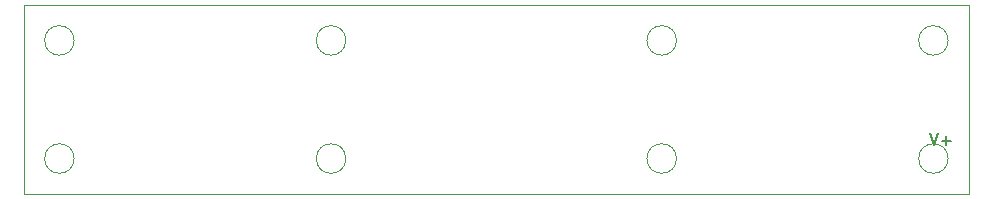
<source format=gbr>
%TF.GenerationSoftware,KiCad,Pcbnew,8.0.4*%
%TF.CreationDate,2024-08-12T11:23:20+02:00*%
%TF.ProjectId,MusicPlayer-PlayPCB,4d757369-6350-46c6-9179-65722d506c61,rev?*%
%TF.SameCoordinates,Original*%
%TF.FileFunction,Profile,NP*%
%FSLAX46Y46*%
G04 Gerber Fmt 4.6, Leading zero omitted, Abs format (unit mm)*
G04 Created by KiCad (PCBNEW 8.0.4) date 2024-08-12 11:23:20*
%MOMM*%
%LPD*%
G01*
G04 APERTURE LIST*
%TA.AperFunction,Profile*%
%ADD10C,0.050000*%
%TD*%
%ADD11C,0.150000*%
G04 APERTURE END LIST*
D10*
X55250000Y-13000000D02*
G75*
G02*
X52750000Y-13000000I-1250000J0D01*
G01*
X52750000Y-13000000D02*
G75*
G02*
X55250000Y-13000000I1250000J0D01*
G01*
X55250000Y-3000000D02*
G75*
G02*
X52750000Y-3000000I-1250000J0D01*
G01*
X52750000Y-3000000D02*
G75*
G02*
X55250000Y-3000000I1250000J0D01*
G01*
X27250000Y-13000000D02*
G75*
G02*
X24750000Y-13000000I-1250000J0D01*
G01*
X24750000Y-13000000D02*
G75*
G02*
X27250000Y-13000000I1250000J0D01*
G01*
X27250000Y-3000000D02*
G75*
G02*
X24750000Y-3000000I-1250000J0D01*
G01*
X24750000Y-3000000D02*
G75*
G02*
X27250000Y-3000000I1250000J0D01*
G01*
X4250000Y-13000000D02*
G75*
G02*
X1750000Y-13000000I-1250000J0D01*
G01*
X1750000Y-13000000D02*
G75*
G02*
X4250000Y-13000000I1250000J0D01*
G01*
X4250000Y-3000000D02*
G75*
G02*
X1750000Y-3000000I-1250000J0D01*
G01*
X1750000Y-3000000D02*
G75*
G02*
X4250000Y-3000000I1250000J0D01*
G01*
X78250000Y-13000000D02*
G75*
G02*
X75750000Y-13000000I-1250000J0D01*
G01*
X75750000Y-13000000D02*
G75*
G02*
X78250000Y-13000000I1250000J0D01*
G01*
X78250000Y-3000000D02*
G75*
G02*
X75750000Y-3000000I-1250000J0D01*
G01*
X75750000Y-3000000D02*
G75*
G02*
X78250000Y-3000000I1250000J0D01*
G01*
D11*
X76693922Y-10869819D02*
X77027255Y-11869819D01*
X77027255Y-11869819D02*
X77360588Y-10869819D01*
X77693922Y-11488866D02*
X78455827Y-11488866D01*
X78074874Y-11869819D02*
X78074874Y-11107914D01*
D10*
X0Y0D02*
X80000000Y0D01*
X80000000Y-16000000D01*
X0Y-16000000D01*
X0Y0D01*
M02*

</source>
